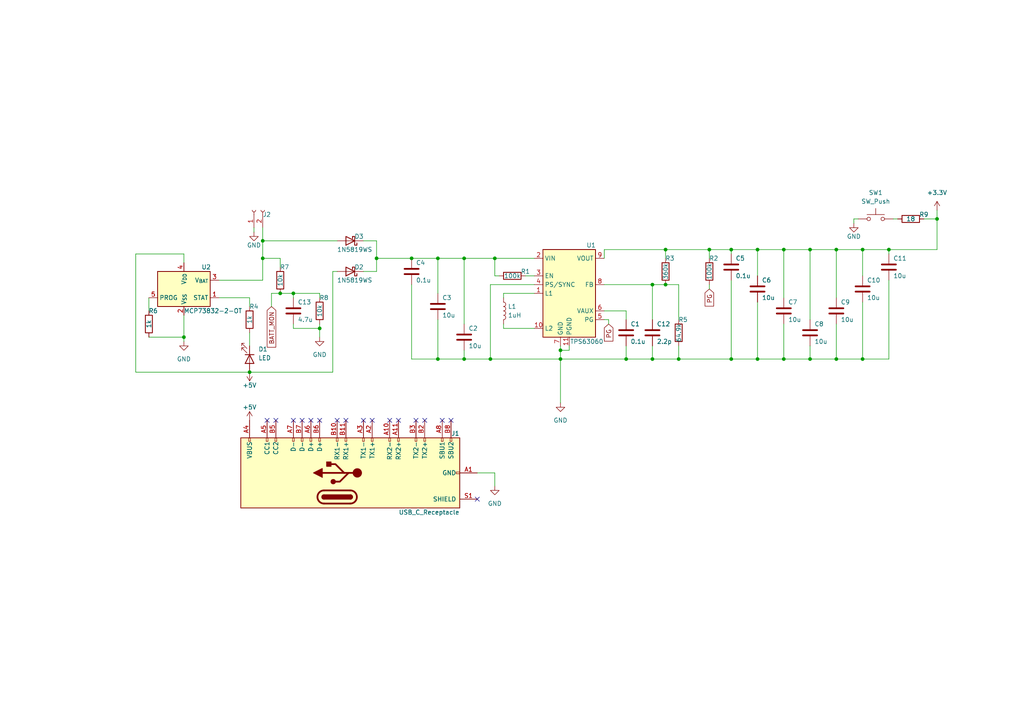
<source format=kicad_sch>
(kicad_sch (version 20230121) (generator eeschema)
  (paper "A4")
  (title_block (title "Buck/Boost Converter") (date "2023-10-27") (rev "01") (company "Cisco Systems - Finn Berg"))
  (lib_symbols
    (symbol "Battery_Management:MCP73832-2-OT"
      (property "Reference" "U" (at -7.62 6.35 0))
      (property "Value" "MCP73832-2-OT" (at 1.27 6.35 0))
      (symbol "MCP73832-2-OT_0_1"
        (rectangle (start -7.62 5.08) (end 7.62 -5.08) (stroke (width 0.254)) (fill (type background)))
      )
      (symbol "MCP73832-2-OT_1_1"
        (pin output line (at 10.16 -2.54 180) (length 2.54) (name "STAT") (number "1"))
        (pin power_in line (at 0 -7.62 90) (length 2.54) (name "V_{SS}") (number "2"))
        (pin power_out line (at 10.16 2.54 180) (length 2.54) (name "V_{BAT}") (number "3"))
        (pin power_in line (at 0 7.62 270) (length 2.54) (name "V_{DD}") (number "4"))
        (pin input line (at -10.16 -2.54 0) (length 2.54) (name "PROG") (number "5"))
      )
    )
    (symbol "Connector:Conn_01x02_Socket" (pin_names (offset 1.016) hide)
      (property "Reference" "J" (at 0 2.54 0))
      (property "Value" "Conn_01x02_Socket" (at 0 -5.08 0))
      (symbol "Conn_01x02_Socket_1_1"
        (arc (start 0 -2.032) (mid -0.5058 -2.54) (end 0 -3.048) (stroke (width 0.1524)))
        (polyline (pts (xy -1.27 -2.54) (xy -0.508 -2.54)) (stroke (width 0.1524)))
        (polyline (pts (xy -1.27 0) (xy -0.508 0)) (stroke (width 0.1524)))
        (arc (start 0 0.508) (mid -0.5058 0) (end 0 -0.508) (stroke (width 0.1524)))
        (pin passive line (at -5.08 0 0) (length 3.81) (name "Pin_1") (number "1"))
        (pin passive line (at -5.08 -2.54 0) (length 3.81) (name "Pin_2") (number "2"))
      )
    )
    (symbol "Connector:USB_C_Receptacle" (pin_names (offset 1.016))
      (property "Reference" "J" (at -10.16 29.21 0))
      (property "Value" "USB_C_Receptacle" (at 10.16 29.21 0))
      (symbol "USB_C_Receptacle_0_0"
        (rectangle (start -0.254 -35.56) (end 0.254 -34.544))
        (rectangle (start 10.16 -32.766) (end 9.144 -33.274))
        (rectangle (start 10.16 -30.226) (end 9.144 -30.734))
        (rectangle (start 10.16 -25.146) (end 9.144 -25.654))
        (rectangle (start 10.16 -22.606) (end 9.144 -23.114))
        (rectangle (start 10.16 -17.526) (end 9.144 -18.034))
        (rectangle (start 10.16 -14.986) (end 9.144 -15.494))
        (rectangle (start 10.16 -9.906) (end 9.144 -10.414))
        (rectangle (start 10.16 -7.366) (end 9.144 -7.874))
        (rectangle (start 10.16 -2.286) (end 9.144 -2.794))
        (rectangle (start 10.16 0.254) (end 9.144 -0.254))
        (rectangle (start 10.16 5.334) (end 9.144 4.826))
        (rectangle (start 10.16 7.874) (end 9.144 7.366))
        (rectangle (start 10.16 10.414) (end 9.144 9.906))
        (rectangle (start 10.16 12.954) (end 9.144 12.446))
        (rectangle (start 10.16 18.034) (end 9.144 17.526))
        (rectangle (start 10.16 20.574) (end 9.144 20.066))
        (rectangle (start 10.16 25.654) (end 9.144 25.146))
      )
      (symbol "USB_C_Receptacle_0_1"
        (rectangle (start -10.16 27.94) (end 10.16 -35.56) (stroke (width 0.254)) (fill (type background)))
        (arc (start -8.89 -3.81) (mid -6.985 -5.7067) (end -5.08 -3.81) (stroke (width 0.508)))
        (arc (start -7.62 -3.81) (mid -6.985 -4.4423) (end -6.35 -3.81) (stroke (width 0.254)))
        (arc (start -7.62 -3.81) (mid -6.985 -4.4423) (end -6.35 -3.81) (stroke (width 0.254)) (fill (type outline)))
        (rectangle (start -7.62 -3.81) (end -6.35 3.81) (stroke (width 0.254)) (fill (type outline)))
        (arc (start -6.35 3.81) (mid -6.985 4.4423) (end -7.62 3.81) (stroke (width 0.254)))
        (arc (start -6.35 3.81) (mid -6.985 4.4423) (end -7.62 3.81) (stroke (width 0.254)) (fill (type outline)))
        (arc (start -5.08 3.81) (mid -6.985 5.7067) (end -8.89 3.81) (stroke (width 0.508)))
        (polyline (pts (xy -8.89 -3.81) (xy -8.89 3.81)) (stroke (width 0.508)))
        (polyline (pts (xy -5.08 3.81) (xy -5.08 -3.81)) (stroke (width 0.508)))
      )
      (symbol "USB_C_Receptacle_1_1"
        (circle (center -2.54 1.143) (radius 0.635) (stroke (width 0.254)) (fill (type outline)))
        (circle (center 0 -5.842) (radius 1.27) (fill (type outline)))
        (polyline (pts (xy 0 -5.842) (xy 0 4.318)) (stroke (width 0.508)))
        (polyline (pts (xy 0 -3.302) (xy -2.54 -0.762) (xy -2.54 0.508)) (stroke (width 0.508)))
        (polyline (pts (xy 0 -2.032) (xy 2.54 0.508) (xy 2.54 1.778)) (stroke (width 0.508)))
        (polyline (pts (xy -1.27 4.318) (xy 0 6.858) (xy 1.27 4.318) (xy -1.27 4.318)) (stroke (width 0.254)) (fill (type outline)))
        (rectangle (start 1.905 1.778) (end 3.175 3.048) (stroke (width 0.254)) (fill (type outline)))
        (pin passive line (at 0 -40.64 90) (length 5.08) (name "GND") (number "A1"))
        (pin bidirectional line (at 15.24 -15.24 180) (length 5.08) (name "RX2-") (number "A10"))
        (pin bidirectional line (at 15.24 -17.78 180) (length 5.08) (name "RX2+") (number "A11"))
        (pin passive line (at 0 -40.64 90) (length 5.08) hide (name "GND") (number "A12"))
        (pin bidirectional line (at 15.24 -10.16 180) (length 5.08) (name "TX1+") (number "A2"))
        (pin bidirectional line (at 15.24 -7.62 180) (length 5.08) (name "TX1-") (number "A3"))
        (pin passive line (at 15.24 25.4 180) (length 5.08) (name "VBUS") (number "A4"))
        (pin bidirectional line (at 15.24 20.32 180) (length 5.08) (name "CC1") (number "A5"))
        (pin bidirectional line (at 15.24 7.62 180) (length 5.08) (name "D+") (number "A6"))
        (pin bidirectional line (at 15.24 12.7 180) (length 5.08) (name "D-") (number "A7"))
        (pin bidirectional line (at 15.24 -30.48 180) (length 5.08) (name "SBU1") (number "A8"))
        (pin passive line (at 15.24 25.4 180) (length 5.08) hide (name "VBUS") (number "A9"))
        (pin passive line (at 0 -40.64 90) (length 5.08) hide (name "GND") (number "B1"))
        (pin bidirectional line (at 15.24 0 180) (length 5.08) (name "RX1-") (number "B10"))
        (pin bidirectional line (at 15.24 -2.54 180) (length 5.08) (name "RX1+") (number "B11"))
        (pin passive line (at 0 -40.64 90) (length 5.08) hide (name "GND") (number "B12"))
        (pin bidirectional line (at 15.24 -25.4 180) (length 5.08) (name "TX2+") (number "B2"))
        (pin bidirectional line (at 15.24 -22.86 180) (length 5.08) (name "TX2-") (number "B3"))
        (pin passive line (at 15.24 25.4 180) (length 5.08) hide (name "VBUS") (number "B4"))
        (pin bidirectional line (at 15.24 17.78 180) (length 5.08) (name "CC2") (number "B5"))
        (pin bidirectional line (at 15.24 5.08 180) (length 5.08) (name "D+") (number "B6"))
        (pin bidirectional line (at 15.24 10.16 180) (length 5.08) (name "D-") (number "B7"))
        (pin bidirectional line (at 15.24 -33.02 180) (length 5.08) (name "SBU2") (number "B8"))
        (pin passive line (at 15.24 25.4 180) (length 5.08) hide (name "VBUS") (number "B9"))
        (pin passive line (at -7.62 -40.64 90) (length 5.08) (name "SHIELD") (number "S1"))
      )
    )
    (symbol "Device:C" (pin_numbers hide) (pin_names (offset 0.254))
      (property "Reference" "C" (at 0.635 2.54 0))
      (property "Value" "C" (at 0.635 -2.54 0))
      (symbol "C_0_1"
        (polyline (pts (xy -2.032 -0.762) (xy 2.032 -0.762)) (stroke (width 0.508)))
        (polyline (pts (xy -2.032 0.762) (xy 2.032 0.762)) (stroke (width 0.508)))
      )
      (symbol "C_1_1"
        (pin passive line (at 0 3.81 270) (length 2.794) (name "~") (number "1"))
        (pin passive line (at 0 -3.81 90) (length 2.794) (name "~") (number "2"))
      )
    )
    (symbol "Device:L" (pin_numbers hide) (pin_names (offset 1.016) hide)
      (property "Reference" "L" (at -1.27 0 90))
      (property "Value" "L" (at 1.905 0 90))
      (symbol "L_0_1"
        (arc (start 0 -2.54) (mid 0.6323 -1.905) (end 0 -1.27))
        (arc (start 0 -1.27) (mid 0.6323 -0.635) (end 0 0))
        (arc (start 0 0) (mid 0.6323 0.635) (end 0 1.27))
        (arc (start 0 1.27) (mid 0.6323 1.905) (end 0 2.54))
      )
      (symbol "L_1_1"
        (pin passive line (at 0 3.81 270) (length 1.27) (name "1") (number "1"))
        (pin passive line (at 0 -3.81 90) (length 1.27) (name "2") (number "2"))
      )
    )
    (symbol "Device:LED" (pin_numbers hide) (pin_names (offset 1.016) hide)
      (property "Reference" "D" (at 0 2.54 0))
      (property "Value" "LED" (at 0 -2.54 0))
      (symbol "LED_0_1"
        (polyline (pts (xy -1.27 -1.27) (xy -1.27 1.27)) (stroke (width 0.254)))
        (polyline (pts (xy -1.27 0) (xy 1.27 0)))
        (polyline (pts (xy 1.27 -1.27) (xy 1.27 1.27) (xy -1.27 0) (xy 1.27 -1.27)) (stroke (width 0.254)))
        (polyline (pts (xy -3.048 -0.762) (xy -4.572 -2.286) (xy -3.81 -2.286) (xy -4.572 -2.286) (xy -4.572 -1.524)))
        (polyline (pts (xy -1.778 -0.762) (xy -3.302 -2.286) (xy -2.54 -2.286) (xy -3.302 -2.286) (xy -3.302 -1.524)))
      )
      (symbol "LED_1_1"
        (pin passive line (at -3.81 0 0) (length 2.54) (name "K") (number "1"))
        (pin passive line (at 3.81 0 180) (length 2.54) (name "A") (number "2"))
      )
    )
    (symbol "Device:R" (pin_numbers hide) (pin_names (offset 0))
      (property "Reference" "R" (at 2.032 0 90))
      (property "Value" "R" (at 0 0 90))
      (symbol "R_0_1"
        (rectangle (start -1.016 -2.54) (end 1.016 2.54) (stroke (width 0.254)))
      )
      (symbol "R_1_1"
        (pin passive line (at 0 3.81 270) (length 1.27) (name "~") (number "1"))
        (pin passive line (at 0 -3.81 90) (length 1.27) (name "~") (number "2"))
      )
    )
    (symbol "Diode:1N5819WS" (pin_numbers hide) (pin_names (offset 1.016) hide)
      (property "Reference" "D" (at 0 2.54 0))
      (property "Value" "1N5819WS" (at 0 -2.54 0))
      (symbol "1N5819WS_0_1"
        (polyline (pts (xy 1.27 0) (xy -1.27 0)))
        (polyline (pts (xy 1.27 1.27) (xy 1.27 -1.27) (xy -1.27 0) (xy 1.27 1.27)) (stroke (width 0.254)))
        (polyline (pts (xy -1.905 0.635) (xy -1.905 1.27) (xy -1.27 1.27) (xy -1.27 -1.27) (xy -0.635 -1.27) (xy -0.635 -0.635)) (stroke (width 0.254)))
      )
      (symbol "1N5819WS_1_1"
        (pin passive line (at -3.81 0 0) (length 2.54) (name "K") (number "1"))
        (pin passive line (at 3.81 0 180) (length 2.54) (name "A") (number "2"))
      )
    )
    (symbol "Regulator_Switching:TPS63060"
      (property "Reference" "U" (at -7.62 13.97 0))
      (property "Value" "TPS63060" (at 2.54 13.97 0))
      (symbol "TPS63060_0_1"
        (rectangle (start -7.62 12.7) (end 7.62 -12.7) (stroke (width 0.254)) (fill (type background)))
      )
      (symbol "TPS63060_1_1"
        (pin input line (at -10.16 0 0) (length 2.54) (name "L1") (number "1"))
        (pin input line (at -10.16 -10.16 0) (length 2.54) (name "L2") (number "10"))
        (pin power_in line (at 0 -15.24 90) (length 2.54) (name "PGND") (number "11"))
        (pin power_in line (at -10.16 10.16 0) (length 2.54) (name "VIN") (number "2"))
        (pin input line (at -10.16 5.08 0) (length 2.54) (name "EN") (number "3"))
        (pin input line (at -10.16 2.54 0) (length 2.54) (name "PS/SYNC") (number "4"))
        (pin output line (at 10.16 -7.62 180) (length 2.54) (name "PG") (number "5"))
        (pin passive line (at 10.16 -5.08 180) (length 2.54) (name "VAUX") (number "6"))
        (pin power_in line (at -2.54 -15.24 90) (length 2.54) (name "GND") (number "7"))
        (pin input line (at 10.16 2.54 180) (length 2.54) (name "FB") (number "8"))
        (pin power_out line (at 10.16 10.16 180) (length 2.54) (name "VOUT") (number "9"))
      )
    )
    (symbol "Switch:SW_Push" (pin_numbers hide) (pin_names (offset 1.016) hide)
      (property "Reference" "SW" (at 1.27 2.54 0))
      (property "Value" "SW_Push" (at 0 -1.524 0))
      (symbol "SW_Push_0_1"
        (circle (center -2.032 0) (radius 0.508))
        (polyline (pts (xy 0 1.27) (xy 0 3.048)))
        (polyline (pts (xy 2.54 1.27) (xy -2.54 1.27)))
        (circle (center 2.032 0) (radius 0.508))
        (pin passive line (at -5.08 0 0) (length 2.54) (name "1") (number "1"))
        (pin passive line (at 5.08 0 180) (length 2.54) (name "2") (number "2"))
      )
    )
    (symbol "power:+3.3V" (power) (pin_names (offset 0))
      (property "Value" "+3.3V" (at 0 3.556 0))
      (symbol "+3.3V_0_1"
        (polyline (pts (xy -0.762 1.27) (xy 0 2.54)))
        (polyline (pts (xy 0 0) (xy 0 2.54)))
        (polyline (pts (xy 0 2.54) (xy 0.762 1.27)))
      )
      (symbol "+3.3V_1_1"
        (pin power_in line (at 0 0 90) (length 0) hide (name "+3.3V") (number "1"))
      )
    )
    (symbol "power:+5V" (power) (pin_names (offset 0))
      (property "Value" "+5V" (at 0 3.556 0))
      (symbol "+5V_0_1"
        (polyline (pts (xy -0.762 1.27) (xy 0 2.54)))
        (polyline (pts (xy 0 0) (xy 0 2.54)))
        (polyline (pts (xy 0 2.54) (xy 0.762 1.27)))
      )
      (symbol "+5V_1_1"
        (pin power_in line (at 0 0 90) (length 0) hide (name "+5V") (number "1"))
      )
    )
    (symbol "power:GND" (power) (pin_names (offset 0))
      (property "Value" "GND" (at 0 -3.81 0))
      (symbol "GND_0_1"
        (polyline (pts (xy 0 0) (xy 0 -1.27) (xy 1.27 -1.27) (xy 0 -2.54) (xy -1.27 -1.27) (xy 0 -1.27)))
      )
      (symbol "GND_1_1"
        (pin power_in line (at 0 0 270) (length 0) hide (name "GND") (number "1"))
      )
    )
  )
  (junction (at 193.04 72.39))
  (junction (at 134.62 104.14))
  (junction (at 189.23 82.55))
  (junction (at 227.33 104.14))
  (junction (at 193.04 82.55))
  (junction (at 196.85 104.14))
  (junction (at 234.95 104.14))
  (junction (at 257.81 72.39))
  (junction (at 119.38 74.93))
  (junction (at 134.62 74.93))
  (junction (at 242.57 72.39))
  (junction (at 234.95 72.39))
  (junction (at 81.28 85.09))
  (junction (at 76.2 74.93))
  (junction (at 250.19 104.14))
  (junction (at 205.74 72.39))
  (junction (at 72.39 107.95))
  (junction (at 181.61 104.14))
  (junction (at 271.78 63.5))
  (junction (at 250.19 72.39))
  (junction (at 143.51 74.93))
  (junction (at 76.2 69.85))
  (junction (at 212.09 104.14))
  (junction (at 127 74.93))
  (junction (at 127 104.14))
  (junction (at 219.71 104.14))
  (junction (at 227.33 72.39))
  (junction (at 162.56 101.6))
  (junction (at 92.71 95.25))
  (junction (at 109.22 74.93))
  (junction (at 242.57 104.14))
  (junction (at 142.24 104.14))
  (junction (at 162.56 104.14))
  (junction (at 53.34 97.79))
  (junction (at 219.71 72.39))
  (junction (at 189.23 104.14))
  (junction (at 85.09 85.09))
  (junction (at 212.09 72.39))
  (no_connect (at 113.03 121.92))
  (no_connect (at 85.09 121.92))
  (no_connect (at 107.95 121.92))
  (no_connect (at 130.81 121.92))
  (no_connect (at 92.71 121.92))
  (no_connect (at 87.63 121.92))
  (no_connect (at 105.41 121.92))
  (no_connect (at 120.65 121.92))
  (no_connect (at 90.17 121.92))
  (no_connect (at 115.57 121.92))
  (no_connect (at 123.19 121.92))
  (no_connect (at 77.47 121.92))
  (no_connect (at 80.01 121.92))
  (no_connect (at 138.43 144.78))
  (no_connect (at 97.79 121.92))
  (no_connect (at 100.33 121.92))
  (no_connect (at 128.27 121.92))
  (wire (pts (xy 219.71 80.01) (xy 219.71 72.39)))
  (wire (pts (xy 165.1 101.6) (xy 162.56 101.6)))
  (wire (pts (xy 219.71 104.14) (xy 227.33 104.14)))
  (wire (pts (xy 181.61 90.17) (xy 175.26 90.17)))
  (wire (pts (xy 196.85 104.14) (xy 212.09 104.14)))
  (wire (pts (xy 92.71 95.25) (xy 92.71 93.98)))
  (wire (pts (xy 43.18 97.79) (xy 53.34 97.79)))
  (wire (pts (xy 193.04 72.39) (xy 193.04 74.93)))
  (wire (pts (xy 212.09 72.39) (xy 219.71 72.39)))
  (wire (pts (xy 212.09 104.14) (xy 219.71 104.14)))
  (wire (pts (xy 250.19 72.39) (xy 257.81 72.39)))
  (wire (pts (xy 96.52 78.74) (xy 96.52 107.95)))
  (wire (pts (xy 119.38 104.14) (xy 127 104.14)))
  (wire (pts (xy 53.34 73.66) (xy 39.37 73.66)))
  (wire (pts (xy 81.28 74.93) (xy 81.28 77.47)))
  (wire (pts (xy 242.57 72.39) (xy 250.19 72.39)))
  (wire (pts (xy 175.26 72.39) (xy 193.04 72.39)))
  (wire (pts (xy 212.09 73.66) (xy 212.09 72.39)))
  (wire (pts (xy 96.52 78.74) (xy 97.79 78.74)))
  (wire (pts (xy 162.56 104.14) (xy 181.61 104.14)))
  (wire (pts (xy 76.2 69.85) (xy 76.2 66.04)))
  (wire (pts (xy 143.51 74.93) (xy 154.94 74.93)))
  (wire (pts (xy 234.95 100.33) (xy 234.95 104.14)))
  (wire (pts (xy 127 92.71) (xy 127 104.14)))
  (wire (pts (xy 119.38 74.93) (xy 127 74.93)))
  (wire (pts (xy 242.57 104.14) (xy 250.19 104.14)))
  (wire (pts (xy 53.34 91.44) (xy 53.34 97.79)))
  (wire (pts (xy 176.53 92.71) (xy 175.26 92.71)))
  (wire (pts (xy 134.62 101.6) (xy 134.62 104.14)))
  (wire (pts (xy 189.23 82.55) (xy 189.23 92.71)))
  (wire (pts (xy 92.71 97.79) (xy 92.71 95.25)))
  (wire (pts (xy 152.4 80.01) (xy 154.94 80.01)))
  (wire (pts (xy 109.22 69.85) (xy 109.22 74.93)))
  (wire (pts (xy 219.71 72.39) (xy 227.33 72.39)))
  (wire (pts (xy 176.53 92.71) (xy 176.53 93.98)))
  (wire (pts (xy 196.85 100.33) (xy 196.85 104.14)))
  (wire (pts (xy 162.56 100.33) (xy 162.56 101.6)))
  (wire (pts (xy 134.62 74.93) (xy 143.51 74.93)))
  (wire (pts (xy 76.2 69.85) (xy 97.79 69.85)))
  (wire (pts (xy 154.94 95.25) (xy 146.05 95.25)))
  (wire (pts (xy 78.74 85.09) (xy 78.74 88.9)))
  (wire (pts (xy 181.61 100.33) (xy 181.61 104.14)))
  (wire (pts (xy 127 85.09) (xy 127 74.93)))
  (wire (pts (xy 53.34 97.79) (xy 53.34 99.06)))
  (wire (pts (xy 53.34 76.2) (xy 53.34 73.66)))
  (wire (pts (xy 227.33 86.36) (xy 227.33 72.39)))
  (wire (pts (xy 250.19 87.63) (xy 250.19 104.14)))
  (wire (pts (xy 205.74 83.82) (xy 205.74 82.55)))
  (wire (pts (xy 242.57 93.98) (xy 242.57 104.14)))
  (wire (pts (xy 85.09 95.25) (xy 92.71 95.25)))
  (wire (pts (xy 181.61 104.14) (xy 189.23 104.14)))
  (wire (pts (xy 271.78 60.96) (xy 271.78 63.5)))
  (wire (pts (xy 212.09 81.28) (xy 212.09 104.14)))
  (wire (pts (xy 189.23 100.33) (xy 189.23 104.14)))
  (wire (pts (xy 257.81 73.66) (xy 257.81 72.39)))
  (wire (pts (xy 76.2 74.93) (xy 76.2 69.85)))
  (wire (pts (xy 162.56 101.6) (xy 162.56 104.14)))
  (wire (pts (xy 189.23 82.55) (xy 193.04 82.55)))
  (wire (pts (xy 234.95 92.71) (xy 234.95 72.39)))
  (wire (pts (xy 143.51 137.16) (xy 138.43 137.16)))
  (wire (pts (xy 248.92 63.5) (xy 247.65 63.5)))
  (wire (pts (xy 72.39 107.95) (xy 96.52 107.95)))
  (wire (pts (xy 63.5 81.28) (xy 76.2 81.28)))
  (wire (pts (xy 271.78 63.5) (xy 271.78 72.39)))
  (wire (pts (xy 193.04 72.39) (xy 205.74 72.39)))
  (wire (pts (xy 250.19 104.14) (xy 257.81 104.14)))
  (wire (pts (xy 142.24 82.55) (xy 142.24 104.14)))
  (wire (pts (xy 92.71 86.36) (xy 92.71 85.09)))
  (wire (pts (xy 92.71 85.09) (xy 85.09 85.09)))
  (wire (pts (xy 175.26 72.39) (xy 175.26 74.93)))
  (wire (pts (xy 134.62 104.14) (xy 142.24 104.14)))
  (wire (pts (xy 109.22 78.74) (xy 105.41 78.74)))
  (wire (pts (xy 267.97 63.5) (xy 271.78 63.5)))
  (wire (pts (xy 162.56 104.14) (xy 162.56 116.84)))
  (wire (pts (xy 196.85 92.71) (xy 196.85 82.55)))
  (wire (pts (xy 154.94 85.09) (xy 146.05 85.09)))
  (wire (pts (xy 63.5 86.36) (xy 72.39 86.36)))
  (wire (pts (xy 175.26 82.55) (xy 189.23 82.55)))
  (wire (pts (xy 193.04 82.55) (xy 196.85 82.55)))
  (wire (pts (xy 73.66 66.04) (xy 73.66 67.31)))
  (wire (pts (xy 72.39 96.52) (xy 72.39 100.33)))
  (wire (pts (xy 142.24 104.14) (xy 162.56 104.14)))
  (wire (pts (xy 127 74.93) (xy 134.62 74.93)))
  (wire (pts (xy 259.08 63.5) (xy 260.35 63.5)))
  (wire (pts (xy 227.33 93.98) (xy 227.33 104.14)))
  (wire (pts (xy 76.2 74.93) (xy 81.28 74.93)))
  (wire (pts (xy 247.65 63.5) (xy 247.65 64.77)))
  (wire (pts (xy 227.33 72.39) (xy 234.95 72.39)))
  (wire (pts (xy 143.51 80.01) (xy 144.78 80.01)))
  (wire (pts (xy 242.57 86.36) (xy 242.57 72.39)))
  (wire (pts (xy 127 104.14) (xy 134.62 104.14)))
  (wire (pts (xy 146.05 85.09) (xy 146.05 86.36)))
  (wire (pts (xy 43.18 86.36) (xy 43.18 90.17)))
  (wire (pts (xy 234.95 104.14) (xy 242.57 104.14)))
  (wire (pts (xy 205.74 72.39) (xy 212.09 72.39)))
  (wire (pts (xy 219.71 87.63) (xy 219.71 104.14)))
  (wire (pts (xy 85.09 95.25) (xy 85.09 93.98)))
  (wire (pts (xy 146.05 95.25) (xy 146.05 93.98)))
  (wire (pts (xy 143.51 74.93) (xy 143.51 80.01)))
  (wire (pts (xy 76.2 81.28) (xy 76.2 74.93)))
  (wire (pts (xy 72.39 86.36) (xy 72.39 88.9)))
  (wire (pts (xy 165.1 100.33) (xy 165.1 101.6)))
  (wire (pts (xy 234.95 72.39) (xy 242.57 72.39)))
  (wire (pts (xy 109.22 74.93) (xy 109.22 78.74)))
  (wire (pts (xy 134.62 93.98) (xy 134.62 74.93)))
  (wire (pts (xy 250.19 80.01) (xy 250.19 72.39)))
  (wire (pts (xy 109.22 74.93) (xy 119.38 74.93)))
  (wire (pts (xy 154.94 82.55) (xy 142.24 82.55)))
  (wire (pts (xy 189.23 104.14) (xy 196.85 104.14)))
  (wire (pts (xy 257.81 72.39) (xy 271.78 72.39)))
  (wire (pts (xy 205.74 72.39) (xy 205.74 74.93)))
  (wire (pts (xy 119.38 82.55) (xy 119.38 104.14)))
  (wire (pts (xy 85.09 85.09) (xy 85.09 86.36)))
  (wire (pts (xy 39.37 107.95) (xy 72.39 107.95)))
  (wire (pts (xy 39.37 73.66) (xy 39.37 107.95)))
  (wire (pts (xy 227.33 104.14) (xy 234.95 104.14)))
  (wire (pts (xy 257.81 104.14) (xy 257.81 81.28)))
  (wire (pts (xy 143.51 140.97) (xy 143.51 137.16)))
  (wire (pts (xy 105.41 69.85) (xy 109.22 69.85)))
  (wire (pts (xy 81.28 85.09) (xy 85.09 85.09)))
  (wire (pts (xy 81.28 85.09) (xy 78.74 85.09)))
  (wire (pts (xy 181.61 92.71) (xy 181.61 90.17)))
  (global_label "PG" (shape input) (at 176.53 93.98 270) (property "Intersheetrefs" "${INTERSHEET_REFS}" (effects hide)))
  (global_label "PG" (shape input) (at 205.74 83.82 270) (property "Intersheetrefs" "${INTERSHEET_REFS}" (effects hide)))
  (global_label "BATT_MON" (shape input) (at 78.74 88.9 270) (property "Intersheetrefs" "${INTERSHEET_REFS}" (effects hide)))
  (symbol (lib_id "Device:R") (at 43.18 93.98 180) (unit 1)
    (property "Reference" "R6" (at 44.45 90.17 0))
    (property "Value" "1k" (at 43.18 93.98 90))
    (property "Footprint" "Resistor_SMD:R_0402_1005Metric" (effects hide))
  )
  (symbol (lib_id "power:GND") (at 92.71 97.79 0) (unit 1)
    (property "Reference" "#PWR05" (effects hide))
    (property "Value" "GND" (at 92.71 102.87 0))
  )
  (symbol (lib_id "Battery_Management:MCP73832-2-OT") (at 53.34 83.82 0) (unit 1)
    (property "Reference" "U2" (at 58.42 77.47 0) (effects (justify left)))
    (property "Value" "MCP73832-2-OT" (at 53.34 90.17 0) (effects (justify left)))
    (property "Footprint" "Package_TO_SOT_SMD:SOT-23-5" (effects hide))
    (property "Datasheet" "http://ww1.microchip.com/downloads/en/DeviceDoc/20001984g.pdf" (effects hide))
  )
  (symbol (lib_id "Device:C") (at 134.62 97.79 0) (unit 1)
    (property "Reference" "C2" (at 135.89 95.25 0) (effects (justify left)))
    (property "Value" "10u" (at 135.89 100.33 0) (effects (justify left)))
    (property "Footprint" "Capacitor_SMD:C_0805_2012Metric" (effects hide))
  )
  (symbol (lib_id "power:+5V") (at 72.39 107.95 180) (unit 1)
    (property "Reference" "#PWR09" (effects hide))
    (property "Value" "+5V" (at 72.39 111.76 0))
  )
  (symbol (lib_id "Device:R") (at 148.59 80.01 90) (unit 1)
    (property "Reference" "R1" (at 152.4 78.74 90))
    (property "Value" "100k" (at 148.59 80.01 90))
    (property "Footprint" "Resistor_SMD:R_0402_1005Metric" (effects hide))
  )
  (symbol (lib_id "Device:LED") (at 72.39 104.14 270) (unit 1)
    (property "Reference" "D1" (at 74.93 101.2825 90) (effects (justify left)))
    (property "Value" "LED" (at 74.93 103.8225 90) (effects (justify left)))
    (property "Footprint" "Diode_SMD:D_0805_2012Metric" (effects hide))
  )
  (symbol (lib_id "power:GND") (at 53.34 99.06 0) (unit 1)
    (property "Reference" "#PWR04" (effects hide))
    (property "Value" "GND" (at 53.34 104.14 0))
  )
  (symbol (lib_id "Device:R") (at 264.16 63.5 270) (unit 1)
    (property "Reference" "R9" (at 267.97 62.23 90))
    (property "Value" "18" (at 264.16 63.5 90))
    (property "Footprint" "Resistor_SMD:R_1218_3246Metric" (effects hide))
  )
  (symbol (lib_id "power:GND") (at 162.56 116.84 0) (unit 1)
    (property "Reference" "#PWR01" (effects hide))
    (property "Value" "GND" (at 162.56 121.92 0))
  )
  (symbol (lib_id "Switch:SW_Push") (at 254 63.5 0) (unit 1)
    (property "Reference" "SW1" (at 254 55.88 0))
    (property "Value" "SW_Push" (at 254 58.42 0))
    (property "Footprint" "Button_Switch_SMD:SW_DIP_SPSTx01_Slide_6.7x4.1mm_W6.73mm_P2.54mm_LowProfile_JPin" (effects hide))
  )
  (symbol (lib_id "Device:R") (at 205.74 78.74 180) (unit 1)
    (property "Reference" "R2" (at 207.01 74.93 0))
    (property "Value" "100k" (at 205.74 78.74 90))
    (property "Footprint" "Resistor_SMD:R_0402_1005Metric" (effects hide))
  )
  (symbol (lib_id "Device:C") (at 212.09 77.47 0) (unit 1)
    (property "Reference" "C5" (at 213.36 74.93 0) (effects (justify left)))
    (property "Value" "0.1u" (at 213.36 80.01 0) (effects (justify left)))
    (property "Footprint" "Capacitor_SMD:C_0805_2012Metric" (effects hide))
  )
  (symbol (lib_id "Device:R") (at 92.71 90.17 180) (unit 1)
    (property "Reference" "R8" (at 93.98 86.36 0))
    (property "Value" "10k" (at 92.71 90.17 90))
    (property "Footprint" "Resistor_SMD:R_0402_1005Metric" (effects hide))
  )
  (symbol (lib_id "Device:R") (at 193.04 78.74 180) (unit 1)
    (property "Reference" "R3" (at 194.31 74.93 0))
    (property "Value" "360k" (at 193.04 78.74 90))
    (property "Footprint" "Resistor_SMD:R_0402_1005Metric" (effects hide))
  )
  (symbol (lib_id "Device:L") (at 146.05 90.17 0) (unit 1)
    (property "Reference" "L1" (at 147.32 88.9 0) (effects (justify left)))
    (property "Value" "1uH" (at 147.32 91.44 0) (effects (justify left)))
    (property "Footprint" "Inductor_SMD:L_1806_4516Metric" (effects hide))
  )
  (symbol (lib_id "Device:C") (at 181.61 96.52 0) (unit 1)
    (property "Reference" "C1" (at 182.88 93.98 0) (effects (justify left)))
    (property "Value" "0.1u" (at 182.88 99.06 0) (effects (justify left)))
    (property "Footprint" "Capacitor_SMD:C_0805_2012Metric" (effects hide))
  )
  (symbol (lib_id "Connector:USB_C_Receptacle") (at 97.79 137.16 90) (unit 1)
    (property "Reference" "J1" (at 132.08 125.73 90))
    (property "Value" "USB_C_Receptacle" (at 124.46 148.59 90))
    (property "Footprint" "Connector_USB:USB_C_Receptacle_HRO_TYPE-C-31-M-12" (effects hide))
    (property "Datasheet" "https://www.usb.org/sites/default/files/documents/usb_type-c.zip" (effects hide))
  )
  (symbol (lib_id "Diode:1N5819WS") (at 101.6 78.74 180) (unit 1)
    (property "Reference" "D2" (at 104.14 77.47 0))
    (property "Value" "1N5819WS" (at 102.87 81.28 0))
    (property "Footprint" "Diode_SMD:D_SOD-323" (effects hide))
    (property "Datasheet" "https://datasheet.lcsc.com/lcsc/2204281430_Guangdong-Hottech-1N5819WS_C191023.pdf" (effects hide))
  )
  (symbol (lib_id "Device:C") (at 250.19 83.82 0) (unit 1)
    (property "Reference" "C10" (at 251.46 81.28 0) (effects (justify left)))
    (property "Value" "10u" (at 251.46 86.36 0) (effects (justify left)))
    (property "Footprint" "Capacitor_SMD:C_0805_2012Metric" (effects hide))
  )
  (symbol (lib_id "Device:C") (at 242.57 90.17 0) (unit 1)
    (property "Reference" "C9" (at 243.84 87.63 0) (effects (justify left)))
    (property "Value" "10u" (at 243.84 92.71 0) (effects (justify left)))
    (property "Footprint" "Capacitor_SMD:C_0805_2012Metric" (effects hide))
  )
  (symbol (lib_id "Device:C") (at 85.09 90.17 0) (unit 1)
    (property "Reference" "C13" (at 86.36 87.63 0) (effects (justify left)))
    (property "Value" "4.7u" (at 86.36 92.71 0) (effects (justify left)))
    (property "Footprint" "Capacitor_SMD:C_0805_2012Metric" (effects hide))
  )
  (symbol (lib_id "Device:C") (at 257.81 77.47 0) (unit 1)
    (property "Reference" "C11" (at 259.08 74.93 0) (effects (justify left)))
    (property "Value" "10u" (at 259.08 80.01 0) (effects (justify left)))
    (property "Footprint" "Capacitor_SMD:C_0805_2012Metric" (effects hide))
  )
  (symbol (lib_id "Device:R") (at 196.85 96.52 180) (unit 1)
    (property "Reference" "R5" (at 198.12 92.71 0))
    (property "Value" "64.9k" (at 196.85 96.52 90))
    (property "Footprint" "Resistor_SMD:R_0402_1005Metric" (effects hide))
  )
  (symbol (lib_id "Device:C") (at 189.23 96.52 0) (unit 1)
    (property "Reference" "C12" (at 190.5 93.98 0) (effects (justify left)))
    (property "Value" "2.2p" (at 190.5 99.06 0) (effects (justify left)))
    (property "Footprint" "Capacitor_SMD:C_0805_2012Metric" (effects hide))
  )
  (symbol (lib_id "Connector:Conn_01x02_Socket") (at 73.66 60.96 90) (unit 1)
    (property "Reference" "J2" (at 76.2 62.23 90) (effects (justify right)))
    (property "Value" "Conn_01x02_Socket" (effects hide))
    (property "Footprint" "Connector_JST:JST_PH_S2B-PH-SM4-TB_1x02-1MP_P2.00mm_Horizontal" (effects hide))
  )
  (symbol (lib_id "Device:R") (at 81.28 81.28 180) (unit 1)
    (property "Reference" "R7" (at 82.55 77.47 0))
    (property "Value" "10k" (at 81.28 81.28 90))
    (property "Footprint" "Resistor_SMD:R_0402_1005Metric" (effects hide))
  )
  (symbol (lib_id "power:+3.3V") (at 271.78 60.96 0) (unit 1)
    (property "Reference" "#PWR02" (effects hide))
    (property "Value" "+3.3V" (at 271.78 55.88 0))
  )
  (symbol (lib_id "power:GND") (at 247.65 64.77 0) (unit 1)
    (property "Reference" "#PWR06" (effects hide))
    (property "Value" "GND" (at 247.65 68.58 0))
  )
  (symbol (lib_id "power:GND") (at 143.51 140.97 0) (unit 1)
    (property "Reference" "#PWR03" (effects hide))
    (property "Value" "GND" (at 143.51 146.05 0))
  )
  (symbol (lib_id "Device:C") (at 119.38 78.74 0) (unit 1)
    (property "Reference" "C4" (at 120.65 76.2 0) (effects (justify left)))
    (property "Value" "0.1u" (at 120.65 81.28 0) (effects (justify left)))
    (property "Footprint" "Capacitor_SMD:C_0805_2012Metric" (effects hide))
  )
  (symbol (lib_id "Diode:1N5819WS") (at 101.6 69.85 180) (unit 1)
    (property "Reference" "D3" (at 104.14 68.58 0))
    (property "Value" "1N5819WS" (at 102.87 72.39 0))
    (property "Footprint" "Diode_SMD:D_SOD-323" (effects hide))
    (property "Datasheet" "https://datasheet.lcsc.com/lcsc/2204281430_Guangdong-Hottech-1N5819WS_C191023.pdf" (effects hide))
  )
  (symbol (lib_id "Device:R") (at 72.39 92.71 180) (unit 1)
    (property "Reference" "R4" (at 73.66 88.9 0))
    (property "Value" "1k" (at 72.39 92.71 90))
    (property "Footprint" "Resistor_SMD:R_0402_1005Metric" (effects hide))
  )
  (symbol (lib_id "Device:C") (at 219.71 83.82 0) (unit 1)
    (property "Reference" "C6" (at 220.98 81.28 0) (effects (justify left)))
    (property "Value" "10u" (at 220.98 86.36 0) (effects (justify left)))
    (property "Footprint" "Capacitor_SMD:C_0805_2012Metric" (effects hide))
  )
  (symbol (lib_id "Device:C") (at 127 88.9 0) (unit 1)
    (property "Reference" "C3" (at 128.27 86.36 0) (effects (justify left)))
    (property "Value" "10u" (at 128.27 91.44 0) (effects (justify left)))
    (property "Footprint" "Capacitor_SMD:C_0805_2012Metric" (effects hide))
  )
  (symbol (lib_id "Device:C") (at 227.33 90.17 0) (unit 1)
    (property "Reference" "C7" (at 228.6 87.63 0) (effects (justify left)))
    (property "Value" "10u" (at 228.6 92.71 0) (effects (justify left)))
    (property "Footprint" "Capacitor_SMD:C_0805_2012Metric" (effects hide))
  )
  (symbol (lib_id "power:GND") (at 73.66 67.31 0) (unit 1)
    (property "Reference" "#PWR07" (effects hide))
    (property "Value" "GND" (at 73.66 71.12 0))
  )
  (symbol (lib_id "power:+5V") (at 72.39 121.92 0) (unit 1)
    (property "Reference" "#PWR08" (effects hide))
    (property "Value" "+5V" (at 72.39 118.11 0))
  )
  (symbol (lib_id "Device:C") (at 234.95 96.52 0) (unit 1)
    (property "Reference" "C8" (at 236.22 93.98 0) (effects (justify left)))
    (property "Value" "10u" (at 236.22 99.06 0) (effects (justify left)))
    (property "Footprint" "Capacitor_SMD:C_0805_2012Metric" (effects hide))
  )
  (symbol (lib_id "Regulator_Switching:TPS63060") (at 165.1 85.09 0) (unit 1)
    (property "Reference" "U1" (at 171.45 71.12 0))
    (property "Value" "TPS63060" (at 170.18 99.06 0))
    (property "Footprint" "Package_SON:Texas_S-PWSON-N10_ThermalVias" (effects hide))
    (property "Datasheet" "http://www.ti.com/lit/ds/symlink/tps63060.pdf" (effects hide))
  )
)
</source>
